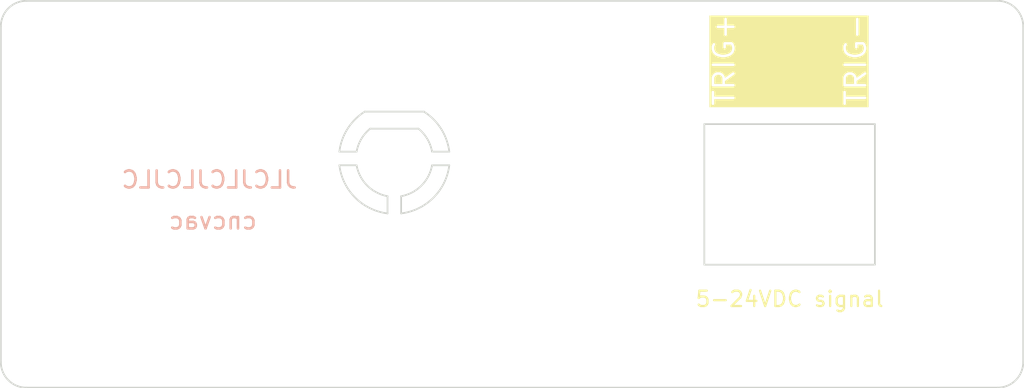
<source format=kicad_pcb>
(kicad_pcb
	(version 20240108)
	(generator "pcbnew")
	(generator_version "8.0")
	(general
		(thickness 1.6)
		(legacy_teardrops no)
	)
	(paper "A4")
	(layers
		(0 "F.Cu" signal)
		(31 "B.Cu" signal)
		(32 "B.Adhes" user "B.Adhesive")
		(33 "F.Adhes" user "F.Adhesive")
		(34 "B.Paste" user)
		(35 "F.Paste" user)
		(36 "B.SilkS" user "B.Silkscreen")
		(37 "F.SilkS" user "F.Silkscreen")
		(38 "B.Mask" user)
		(39 "F.Mask" user)
		(40 "Dwgs.User" user "User.Drawings")
		(41 "Cmts.User" user "User.Comments")
		(42 "Eco1.User" user "User.Eco1")
		(43 "Eco2.User" user "User.Eco2")
		(44 "Edge.Cuts" user)
		(45 "Margin" user)
		(46 "B.CrtYd" user "B.Courtyard")
		(47 "F.CrtYd" user "F.Courtyard")
		(48 "B.Fab" user)
		(49 "F.Fab" user)
		(50 "User.1" user)
		(51 "User.2" user)
		(52 "User.3" user)
		(53 "User.4" user)
		(54 "User.5" user)
		(55 "User.6" user)
		(56 "User.7" user)
		(57 "User.8" user)
		(58 "User.9" user)
	)
	(setup
		(pad_to_mask_clearance 0)
		(allow_soldermask_bridges_in_footprints no)
		(aux_axis_origin 122.059225 87.726767)
		(grid_origin 122.059225 87.726767)
		(pcbplotparams
			(layerselection 0x00010fc_ffffffff)
			(plot_on_all_layers_selection 0x0000000_00000000)
			(disableapertmacros no)
			(usegerberextensions no)
			(usegerberattributes yes)
			(usegerberadvancedattributes yes)
			(creategerberjobfile yes)
			(dashed_line_dash_ratio 12.000000)
			(dashed_line_gap_ratio 3.000000)
			(svgprecision 4)
			(plotframeref no)
			(viasonmask no)
			(mode 1)
			(useauxorigin no)
			(hpglpennumber 1)
			(hpglpenspeed 20)
			(hpglpendiameter 15.000000)
			(pdf_front_fp_property_popups yes)
			(pdf_back_fp_property_popups yes)
			(dxfpolygonmode yes)
			(dxfimperialunits yes)
			(dxfusepcbnewfont yes)
			(psnegative no)
			(psa4output no)
			(plotreference yes)
			(plotvalue yes)
			(plotfptext yes)
			(plotinvisibletext no)
			(sketchpadsonfab no)
			(subtractmaskfromsilk no)
			(outputformat 1)
			(mirror no)
			(drillshape 0)
			(scaleselection 1)
			(outputdirectory "panel1/")
		)
	)
	(net 0 "")
	(gr_arc
		(start 144.751497 76.690926)
		(mid 143.560483 76.067766)
		(end 142.937338 74.876767)
		(stroke
			(width 0.1)
			(type default)
		)
		(layer "Edge.Cuts")
		(uuid "072ffbd8-be55-4940-b86a-29d93aec2941")
	)
	(gr_line
		(start 148.376788 74.076767)
		(end 147.365656 74.076767)
		(stroke
			(width 0.1)
			(type default)
		)
		(layer "Edge.Cuts")
		(uuid "22ca6cdc-d3ce-4925-b070-ce2cbcd3bad3")
	)
	(gr_line
		(start 145.551497 77.702058)
		(end 145.551497 76.690926)
		(stroke
			(width 0.1)
			(type default)
		)
		(layer "Edge.Cuts")
		(uuid "3259d9ed-0fdb-4764-b9ba-0f4bc756ae86")
	)
	(gr_arc
		(start 146.883548 71.726767)
		(mid 147.894572 72.73376)
		(end 148.376788 74.076767)
		(stroke
			(width 0.1)
			(type default)
		)
		(layer "Edge.Cuts")
		(uuid "36cb365a-516b-4ffd-b1c9-39a79ec1927b")
	)
	(gr_arc
		(start 148.376788 74.876767)
		(mid 147.449598 76.77487)
		(end 145.551497 77.702058)
		(stroke
			(width 0.1)
			(type default)
		)
		(layer "Edge.Cuts")
		(uuid "48d348ba-79e3-4ab9-aab6-e134d1d68dd6")
	)
	(gr_line
		(start 146.56571 72.726767)
		(end 143.737283 72.726767)
		(stroke
			(width 0.1)
			(type default)
		)
		(layer "Edge.Cuts")
		(uuid "58597884-7bd0-4b58-ab70-65177a2494f5")
	)
	(gr_arc
		(start 180.559225 65.226767)
		(mid 181.619885 65.666107)
		(end 182.059225 66.726767)
		(stroke
			(width 0.1)
			(type default)
		)
		(layer "Edge.Cuts")
		(uuid "5feaa341-caeb-4214-9a03-446383f2149e")
	)
	(gr_arc
		(start 141.926206 74.076767)
		(mid 142.408409 72.733749)
		(end 143.419446 71.726767)
		(stroke
			(width 0.1)
			(type default)
		)
		(layer "Edge.Cuts")
		(uuid "6161719a-192e-4508-bc7b-d50436d511c0")
	)
	(gr_arc
		(start 146.56571 72.726767)
		(mid 147.087191 73.329768)
		(end 147.365656 74.076767)
		(stroke
			(width 0.1)
			(type default)
		)
		(layer "Edge.Cuts")
		(uuid "646f69c2-3c9e-436f-8db1-ac5f3ffee3ff")
	)
	(gr_arc
		(start 144.751497 77.702058)
		(mid 142.853405 76.774862)
		(end 141.926206 74.876767)
		(stroke
			(width 0.1)
			(type default)
		)
		(layer "Edge.Cuts")
		(uuid "69b4c012-4def-4080-a2ea-1d716f457999")
	)
	(gr_arc
		(start 122.059225 66.726767)
		(mid 122.498565 65.666107)
		(end 123.559225 65.226767)
		(stroke
			(width 0.1)
			(type default)
		)
		(layer "Edge.Cuts")
		(uuid "6b3a6081-60d5-4bbc-b553-9d8b38664c9d")
	)
	(gr_line
		(start 142.937338 74.076767)
		(end 141.926206 74.076767)
		(stroke
			(width 0.1)
			(type default)
		)
		(layer "Edge.Cuts")
		(uuid "6cf3eb7f-5a38-4537-969d-6a0746e348d8")
	)
	(gr_arc
		(start 123.559225 87.926767)
		(mid 122.498565 87.487427)
		(end 122.059225 86.426767)
		(stroke
			(width 0.1)
			(type default)
		)
		(layer "Edge.Cuts")
		(uuid "73e8f482-74a7-4eee-994f-c2423f1fc264")
	)
	(gr_line
		(start 182.059225 86.426767)
		(end 182.059225 66.726767)
		(stroke
			(width 0.1)
			(type default)
		)
		(layer "Edge.Cuts")
		(uuid "812031d8-cafe-4aa4-a629-381702488413")
	)
	(gr_line
		(start 163.344848 80.710087)
		(end 163.344848 72.460087)
		(stroke
			(width 0.1)
			(type default)
		)
		(layer "Edge.Cuts")
		(uuid "88642e40-7ca5-4c63-94d5-b5902c46f522")
	)
	(gr_line
		(start 141.926206 74.876767)
		(end 142.937338 74.876767)
		(stroke
			(width 0.1)
			(type default)
		)
		(layer "Edge.Cuts")
		(uuid "8e0143cc-8318-47b1-8c54-2848ea0f330f")
	)
	(gr_line
		(start 180.559225 65.226767)
		(end 123.559225 65.226767)
		(stroke
			(width 0.1)
			(type default)
		)
		(layer "Edge.Cuts")
		(uuid "8fb32d64-3acb-4e0c-a67d-f03f76493f79")
	)
	(gr_arc
		(start 147.365656 74.876767)
		(mid 146.742473 76.067745)
		(end 145.551497 76.690926)
		(stroke
			(width 0.1)
			(type default)
		)
		(layer "Edge.Cuts")
		(uuid "a53a7bbc-ebc8-4d57-bc02-419839cb4eda")
	)
	(gr_line
		(start 123.559225 87.926767)
		(end 180.559225 87.926767)
		(stroke
			(width 0.1)
			(type default)
		)
		(layer "Edge.Cuts")
		(uuid "a6f1bce0-7bc6-4c5c-a9e8-f3a18c0a5337")
	)
	(gr_line
		(start 144.751497 76.690926)
		(end 144.751497 77.702058)
		(stroke
			(width 0.1)
			(type default)
		)
		(layer "Edge.Cuts")
		(uuid "aa7b4aaa-38c4-49c3-9dec-374a3704c453")
	)
	(gr_line
		(start 147.365656 74.876767)
		(end 148.376788 74.876767)
		(stroke
			(width 0.1)
			(type default)
		)
		(layer "Edge.Cuts")
		(uuid "badf6513-a586-4d50-a110-4cefd9d0a866")
	)
	(gr_line
		(start 173.354848 72.460087)
		(end 173.354848 80.710087)
		(stroke
			(width 0.1)
			(type default)
		)
		(layer "Edge.Cuts")
		(uuid "bbae4769-6f74-4e73-889b-47b5a0e76672")
	)
	(gr_line
		(start 173.354848 80.710087)
		(end 163.344848 80.710087)
		(stroke
			(width 0.1)
			(type default)
		)
		(layer "Edge.Cuts")
		(uuid "d5a2dc2c-716f-4983-a082-d179dd891003")
	)
	(gr_arc
		(start 182.059225 86.426767)
		(mid 181.619885 87.487427)
		(end 180.559225 87.926767)
		(stroke
			(width 0.1)
			(type default)
		)
		(layer "Edge.Cuts")
		(uuid "dec82c21-548c-43c2-8135-91f61ec108c7")
	)
	(gr_line
		(start 163.344848 72.460087)
		(end 173.354848 72.460087)
		(stroke
			(width 0.1)
			(type default)
		)
		(layer "Edge.Cuts")
		(uuid "e6132975-066c-4a14-ad0e-13f9c51d0499")
	)
	(gr_line
		(start 143.419446 71.726767)
		(end 146.883548 71.726767)
		(stroke
			(width 0.1)
			(type default)
		)
		(layer "Edge.Cuts")
		(uuid "ebfc33e7-8b8d-4061-b915-3d92babbb290")
	)
	(gr_line
		(start 122.059225 66.726767)
		(end 122.059225 86.426767)
		(stroke
			(width 0.1)
			(type default)
		)
		(layer "Edge.Cuts")
		(uuid "f248620f-7254-4b61-b3e8-bc6958866b63")
	)
	(gr_arc
		(start 142.937338 74.076767)
		(mid 143.215793 73.32976)
		(end 143.737283 72.726767)
		(stroke
			(width 0.1)
			(type default)
		)
		(layer "Edge.Cuts")
		(uuid "f71410f5-9674-42e5-83cd-8579c5a55b10")
	)
	(gr_text "cncvac"
		(at 134.5 78.126767 0)
		(layer "B.SilkS")
		(uuid "13568877-1c85-410c-839f-9a13cd5d5b39")
		(effects
			(font
				(size 1 1)
				(thickness 0.15)
			)
			(justify mirror)
		)
	)
	(gr_text "JLCJLCJLCJLC"
		(at 134.298525 75.722887 0)
		(layer "B.SilkS")
		(uuid "1dd1e935-b358-4324-a240-37f0533ad981")
		(effects
			(font
				(size 1 1)
				(thickness 0.15)
			)
			(justify mirror)
		)
	)
	(gr_text "5-24VDC signal\n"
		(at 168.349848 82.726767 0)
		(layer "F.SilkS")
		(uuid "4c25bcff-4a1f-44e1-826a-18fa8a8e11b0")
		(effects
			(font
				(size 0.9 0.9)
				(thickness 0.13)
			)
		)
	)
	(gr_text "TRIG+\n\n\n\nTRIG-"
		(at 163.801233 71.476767 90)
		(layer "F.SilkS" knockout)
		(uuid "7c1170de-80f7-414f-bb1e-9e7a360c9662")
		(effects
			(font
				(size 1.2 1.2)
				(thickness 0.15)
			)
			(justify left top)
		)
	)
)

</source>
